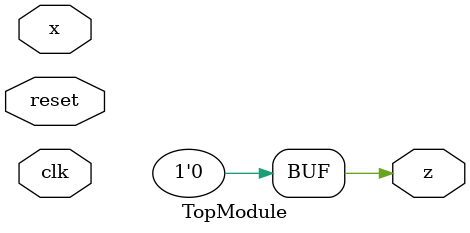
<source format=sv>

module TopModule (
  input clk,
  input reset,
  input x,
  output reg z
);
always @(posedge clk or posedge reset) begin
    if (reset)
        y <= 3'b000;
    else
        case (y)
            3'b000: y <= (x ? 3'b001 : 3'b000);
            3'b001: y <= (x ? 3'b100 : 3'b001);
            3'b010: y <= (x ? 3'b001 : 3'b010);
            3'b011: y <= (x ? 3'b010 : 3'b001);
            3'b100: y <= (x ? 3'b100 : 3'b011);
            default: y <= 3'b000;
        endcase
end

always @(*) begin
    case (y)
        3'b000, 3'b001, 3'b010: z = 1'b0;
        3'b011, 3'b100: z = 1'b1;
        default: z = 1'b0;
    endcase
end

endmodule

</source>
